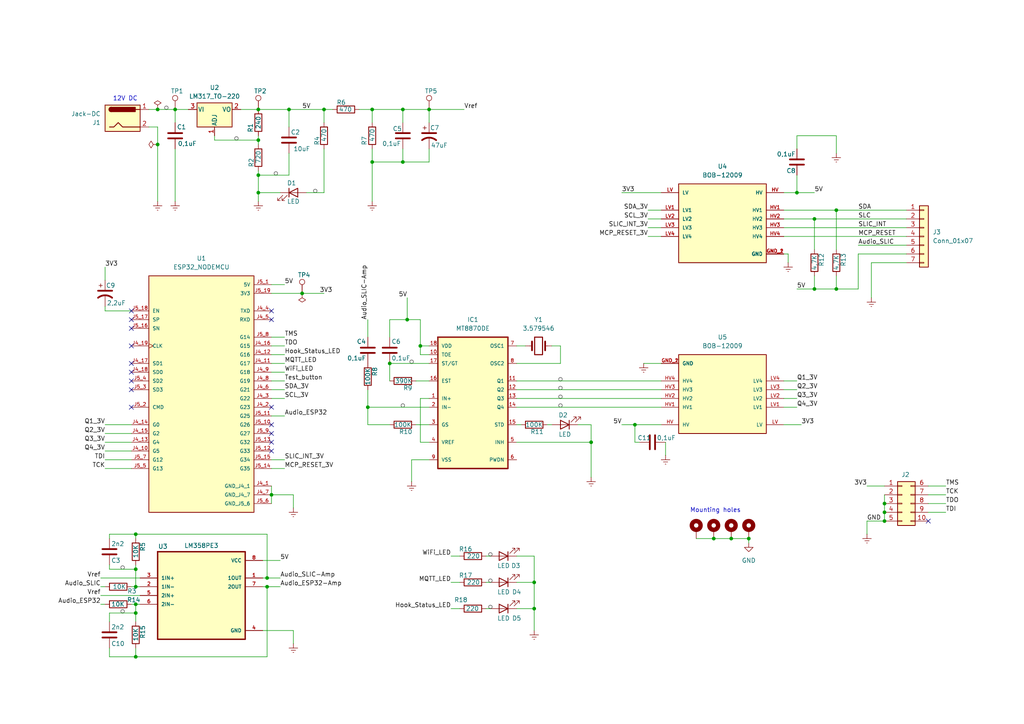
<source format=kicad_sch>
(kicad_sch (version 20231120) (generator "eeschema") (generator_version "8.0")
  (paper "A4")
  (lib_symbols
    (symbol "Connector:Jack-DC" (pin_names (offset 1.016))
      (property "Reference" "J" (at 0 5.334 0))
      (property "Value" "Jack-DC" (at 0 -5.08 0))
      (symbol "Jack-DC_1_1"
        (pin passive line (at 7.62 2.54 180) (length 2.54) (name "~") (number "1"))
        (pin passive line (at 7.62 -2.54 180) (length 2.54) (name "~") (number "2"))
      )
    )
    (symbol "Connector:TestPoint" (pin_numbers hide) (pin_names (offset 0.762) hide)
      (property "Reference" "TP" (at 0 6.858 0))
      (property "Value" "TestPoint" (at 0 5.08 0))
      (symbol "TestPoint_1_1"
        (pin passive line (at 0 0 90) (length 2.54) (name "1") (number "1"))
      )
    )
    (symbol "Connector_Generic:Conn_01x07" (pin_names (offset 1.016) hide)
      (property "Reference" "J" (at 0 10.16 0))
      (property "Value" "Conn_01x07" (at 0 -10.16 0))
      (symbol "Conn_01x07_1_1"
        (pin passive line (at -5.08 7.62 0) (length 3.81) (name "Pin_1") (number "1"))
        (pin passive line (at -5.08 5.08 0) (length 3.81) (name "Pin_2") (number "2"))
        (pin passive line (at -5.08 2.54 0) (length 3.81) (name "Pin_3") (number "3"))
        (pin passive line (at -5.08 0 0) (length 3.81) (name "Pin_4") (number "4"))
        (pin passive line (at -5.08 -2.54 0) (length 3.81) (name "Pin_5") (number "5"))
        (pin passive line (at -5.08 -5.08 0) (length 3.81) (name "Pin_6") (number "6"))
        (pin passive line (at -5.08 -7.62 0) (length 3.81) (name "Pin_7") (number "7"))
      )
    )
    (symbol "Connector_Generic:Conn_02x05_Top_Bottom" (pin_names (offset 1.016) hide)
      (property "Reference" "J" (at 1.27 7.62 0))
      (property "Value" "Conn_02x05_Top_Bottom" (at 1.27 -7.62 0))
      (symbol "Conn_02x05_Top_Bottom_1_1"
        (pin passive line (at -5.08 5.08 0) (length 3.81) (name "Pin_1") (number "1"))
        (pin passive line (at 7.62 -5.08 180) (length 3.81) (name "Pin_10") (number "10"))
        (pin passive line (at -5.08 2.54 0) (length 3.81) (name "Pin_2") (number "2"))
        (pin passive line (at -5.08 0 0) (length 3.81) (name "Pin_3") (number "3"))
        (pin passive line (at -5.08 -2.54 0) (length 3.81) (name "Pin_4") (number "4"))
        (pin passive line (at -5.08 -5.08 0) (length 3.81) (name "Pin_5") (number "5"))
        (pin passive line (at 7.62 5.08 180) (length 3.81) (name "Pin_6") (number "6"))
        (pin passive line (at 7.62 2.54 180) (length 3.81) (name "Pin_7") (number "7"))
        (pin passive line (at 7.62 0 180) (length 3.81) (name "Pin_8") (number "8"))
        (pin passive line (at 7.62 -2.54 180) (length 3.81) (name "Pin_9") (number "9"))
      )
    )
    (symbol "Device:C" (pin_numbers hide) (pin_names (offset 0.254))
      (property "Reference" "C" (at 0.635 2.54 0))
      (property "Value" "C" (at 0.635 -2.54 0))
      (symbol "C_1_1"
        (pin passive line (at 0 3.81 270) (length 2.794) (name "~") (number "1"))
        (pin passive line (at 0 -3.81 90) (length 2.794) (name "~") (number "2"))
      )
    )
    (symbol "Device:C_Polarized_US" (pin_numbers hide) (pin_names (offset 0.254) hide)
      (property "Reference" "C" (at 0.635 2.54 0))
      (property "Value" "C_Polarized_US" (at 0.635 -2.54 0))
      (symbol "C_Polarized_US_1_1"
        (pin passive line (at 0 3.81 270) (length 2.794) (name "~") (number "1"))
        (pin passive line (at 0 -3.81 90) (length 3.302) (name "~") (number "2"))
      )
    )
    (symbol "Device:Crystal" (pin_numbers hide) (pin_names (offset 1.016) hide)
      (property "Reference" "Y" (at 0 3.81 0))
      (property "Value" "Crystal" (at 0 -3.81 0))
      (symbol "Crystal_1_1"
        (pin passive line (at -3.81 0 0) (length 1.27) (name "1") (number "1"))
        (pin passive line (at 3.81 0 180) (length 1.27) (name "2") (number "2"))
      )
    )
    (symbol "Device:LED" (pin_numbers hide) (pin_names (offset 1.016) hide)
      (property "Reference" "D" (at 0 2.54 0))
      (property "Value" "LED" (at 0 -2.54 0))
      (symbol "LED_1_1"
        (pin passive line (at -3.81 0 0) (length 2.54) (name "K") (number "1"))
        (pin passive line (at 3.81 0 180) (length 2.54) (name "A") (number "2"))
      )
    )
    (symbol "Device:R" (pin_numbers hide) (pin_names (offset 0))
      (property "Reference" "R" (at 2.032 0 90))
      (property "Value" "R" (at 0 0 90))
      (symbol "R_1_1"
        (pin passive line (at 0 3.81 270) (length 1.27) (name "~") (number "1"))
        (pin passive line (at 0 -3.81 90) (length 1.27) (name "~") (number "2"))
      )
    )
    (symbol "JW_library_sym:BOB-12009" (pin_names (offset 1.016))
      (property "Reference" "U" (at -12.7 11.43 0))
      (property "Value" "BOB-12009" (at -12.7 -15.24 0))
      (symbol "BOB-12009_0_0"
        (pin power_in line (at 17.78 -10.16 180) (length 5.08) (name "GND") (number "GND_1"))
        (pin power_in line (at 17.78 -10.16 180) (length 5.08) (name "GND") (number "GND_2"))
        (pin bidirectional line (at 17.78 7.62 180) (length 5.08) (name "HV") (number "HV"))
        (pin bidirectional line (at 17.78 2.54 180) (length 5.08) (name "HV1") (number "HV1"))
        (pin bidirectional line (at 17.78 0 180) (length 5.08) (name "HV2") (number "HV2"))
        (pin bidirectional line (at 17.78 -2.54 180) (length 5.08) (name "HV3") (number "HV3"))
        (pin bidirectional line (at 17.78 -5.08 180) (length 5.08) (name "HV4") (number "HV4"))
        (pin bidirectional line (at -17.78 7.62 0) (length 5.08) (name "LV") (number "LV"))
        (pin bidirectional line (at -17.78 2.54 0) (length 5.08) (name "LV1") (number "LV1"))
        (pin bidirectional line (at -17.78 0 0) (length 5.08) (name "LV2") (number "LV2"))
        (pin bidirectional line (at -17.78 -2.54 0) (length 5.08) (name "LV3") (number "LV3"))
        (pin bidirectional line (at -17.78 -5.08 0) (length 5.08) (name "LV4") (number "LV4"))
      )
    )
    (symbol "JW_library_sym:ESP32_NODEMCU" (pin_names (offset 1.016))
      (property "Reference" "U" (at -15.24 36.322 0))
      (property "Value" "ESP32_NODEMCU" (at -15.24 -35.56 0))
      (symbol "ESP32_NODEMCU_0_0"
        (pin power_in line (at 20.32 -25.4 180) (length 5.08) (name "GND_J4_1") (number "J4_1"))
        (pin bidirectional line (at -20.32 -15.24 0) (length 5.08) (name "G5") (number "J4_10"))
        (pin bidirectional line (at 20.32 10.16 180) (length 5.08) (name "G17") (number "J4_11"))
        (pin bidirectional line (at 20.32 12.7 180) (length 5.08) (name "G16") (number "J4_12"))
        (pin bidirectional line (at -20.32 -12.7 0) (length 5.08) (name "G4") (number "J4_13"))
        (pin bidirectional line (at -20.32 -7.62 0) (length 5.08) (name "G0") (number "J4_14"))
        (pin bidirectional line (at -20.32 -10.16 0) (length 5.08) (name "G2") (number "J4_15"))
        (pin bidirectional line (at 20.32 15.24 180) (length 5.08) (name "G15") (number "J4_16"))
        (pin bidirectional line (at -20.32 10.16 0) (length 5.08) (name "SD1") (number "J4_17"))
        (pin bidirectional line (at -20.32 7.62 0) (length 5.08) (name "SD0") (number "J4_18"))
        (pin input clock (at -20.32 15.24 0) (length 5.08) (name "CLK") (number "J4_19"))
        (pin bidirectional line (at 20.32 -2.54 180) (length 5.08) (name "G23") (number "J4_2"))
        (pin bidirectional line (at 20.32 0 180) (length 5.08) (name "G22") (number "J4_3"))
        (pin output line (at 20.32 25.4 180) (length 5.08) (name "TXD") (number "J4_4"))
        (pin input line (at 20.32 22.86 180) (length 5.08) (name "RXD") (number "J4_5"))
        (pin bidirectional line (at 20.32 2.54 180) (length 5.08) (name "G21") (number "J4_6"))
        (pin power_in line (at 20.32 -27.94 180) (length 5.08) (name "GND_J4_7") (number "J4_7"))
        (pin bidirectional line (at 20.32 5.08 180) (length 5.08) (name "G19") (number "J4_8"))
        (pin bidirectional line (at 20.32 7.62 180) (length 5.08) (name "G18") (number "J4_9"))
        (pin power_in line (at 20.32 33.02 180) (length 5.08) (name "5V") (number "J5_1"))
        (pin bidirectional line (at 20.32 -7.62 180) (length 5.08) (name "G26") (number "J5_10"))
        (pin bidirectional line (at 20.32 -5.08 180) (length 5.08) (name "G25") (number "J5_11"))
        (pin bidirectional line (at 20.32 -15.24 180) (length 5.08) (name "G33") (number "J5_12"))
        (pin bidirectional line (at 20.32 -12.7 180) (length 5.08) (name "G32") (number "J5_13"))
        (pin bidirectional line (at 20.32 -20.32 180) (length 5.08) (name "G35") (number "J5_14"))
        (pin bidirectional line (at 20.32 -17.78 180) (length 5.08) (name "G34") (number "J5_15"))
        (pin input line (at -20.32 20.32 0) (length 5.08) (name "SN") (number "J5_16"))
        (pin input line (at -20.32 22.86 0) (length 5.08) (name "SP") (number "J5_17"))
        (pin input line (at -20.32 25.4 0) (length 5.08) (name "EN") (number "J5_18"))
        (pin power_in line (at 20.32 30.48 180) (length 5.08) (name "3V3") (number "J5_19"))
        (pin bidirectional line (at -20.32 -2.54 0) (length 5.08) (name "CMD") (number "J5_2"))
        (pin bidirectional line (at -20.32 2.54 0) (length 5.08) (name "SD3") (number "J5_3"))
        (pin bidirectional line (at -20.32 5.08 0) (length 5.08) (name "SD2") (number "J5_4"))
        (pin bidirectional line (at -20.32 -20.32 0) (length 5.08) (name "G13") (number "J5_5"))
        (pin power_in line (at 20.32 -30.48 180) (length 5.08) (name "GND_J5_6") (number "J5_6"))
        (pin bidirectional line (at -20.32 -17.78 0) (length 5.08) (name "G12") (number "J5_7"))
        (pin bidirectional line (at 20.32 17.78 180) (length 5.08) (name "G14") (number "J5_8"))
        (pin bidirectional line (at 20.32 -10.16 180) (length 5.08) (name "G27") (number "J5_9"))
      )
    )
    (symbol "JW_library_sym:LM358PE3" (pin_names (offset 1.016))
      (property "Reference" "U" (at -12.7 13.7 0))
      (property "Value" "LM358PE3" (at -12.7 -16.7 0))
      (symbol "LM358PE3_0_0"
        (pin output line (at 17.78 5.08 180) (length 5.08) (name "1OUT") (number "1"))
        (pin input line (at -17.78 2.54 0) (length 5.08) (name "1IN-") (number "2"))
        (pin input line (at -17.78 5.08 0) (length 5.08) (name "1IN+") (number "3"))
        (pin power_in line (at 17.78 -10.16 180) (length 5.08) (name "GND") (number "4"))
        (pin input line (at -17.78 0 0) (length 5.08) (name "2IN+") (number "5"))
        (pin input line (at -17.78 -2.54 0) (length 5.08) (name "2IN-") (number "6"))
        (pin output line (at 17.78 2.54 180) (length 5.08) (name "2OUT") (number "7"))
        (pin power_in line (at 17.78 10.16 180) (length 5.08) (name "VCC") (number "8"))
      )
    )
    (symbol "JW_library_sym:MT8870" (pin_names (offset 1.016))
      (property "Reference" "IC" (at -10.1662 19.0617 0))
      (property "Value" "MT8870" (at -10.1656 -22.8726 0))
      (symbol "MT8870_0_0"
        (pin input line (at -12.7 0 0) (length 2.54) (name "IN+") (number "1"))
        (pin input line (at -12.7 12.7 0) (length 2.54) (name "TOE") (number "10"))
        (pin output line (at 12.7 5.08 180) (length 2.54) (name "Q1") (number "11"))
        (pin output line (at 12.7 2.54 180) (length 2.54) (name "Q2") (number "12"))
        (pin output line (at 12.7 0 180) (length 2.54) (name "Q3") (number "13"))
        (pin output line (at 12.7 -2.54 180) (length 2.54) (name "Q4") (number "14"))
        (pin output line (at 12.7 -7.62 180) (length 2.54) (name "STD") (number "15"))
        (pin output line (at -12.7 5.08 0) (length 2.54) (name "EST") (number "16"))
        (pin bidirectional line (at -12.7 10.16 0) (length 2.54) (name "ST/GT") (number "17"))
        (pin power_in line (at -12.7 15.24 0) (length 2.54) (name "VDD") (number "18"))
        (pin input line (at -12.7 -2.54 0) (length 2.54) (name "IN-") (number "2"))
        (pin output line (at -12.7 -7.62 0) (length 2.54) (name "GS") (number "3"))
        (pin output line (at -12.7 -12.7 0) (length 2.54) (name "VREF") (number "4"))
        (pin input line (at 12.7 -12.7 180) (length 2.54) (name "INH") (number "5"))
        (pin input line (at 12.7 -17.78 180) (length 2.54) (name "PWDN") (number "6"))
        (pin input line (at 12.7 15.24 180) (length 2.54) (name "OSC1") (number "7"))
        (pin output line (at 12.7 10.16 180) (length 2.54) (name "OSC2") (number "8"))
        (pin power_in line (at -12.7 -17.78 0) (length 2.54) (name "VSS") (number "9"))
      )
    )
    (symbol "Mechanical:MountingHole_Pad" (pin_numbers hide) (pin_names (offset 1.016) hide) (exclude_from_sim yes) (in_bom no)
      (property "Reference" "H" (at 0 6.35 0))
      (property "Value" "MountingHole_Pad" (at 0 4.445 0))
      (symbol "MountingHole_Pad_1_1"
        (pin input line (at 0 -2.54 90) (length 2.54) (name "1") (number "1"))
      )
    )
    (symbol "Regulator_Linear:LM317_TO-220" (pin_names (offset 0.254))
      (property "Reference" "U" (at -3.81 3.175 0))
      (property "Value" "LM317_TO-220" (at 0 3.175 0))
      (symbol "LM317_TO-220_1_1"
        (pin input line (at 0 -7.62 90) (length 2.54) (name "ADJ") (number "1"))
        (pin power_out line (at 7.62 0 180) (length 2.54) (name "VO") (number "2"))
        (pin power_in line (at -7.62 0 0) (length 2.54) (name "VI") (number "3"))
      )
    )
    (symbol "power:Earth" (power) (pin_numbers hide) (pin_names (offset 0) hide)
      (property "Value" "Earth" (at 0 -3.81 0))
      (symbol "Earth_1_1"
        (pin power_in line (at 0 0 270) (length 0) (name "~") (number "1"))
      )
    )
    (symbol "power:GND" (power) (pin_numbers hide) (pin_names (offset 0) hide)
      (property "Value" "GND" (at 0 -3.81 0))
      (symbol "GND_1_1"
        (pin power_in line (at 0 0 270) (length 0) (name "~") (number "1"))
      )
    )
    (symbol "power:PWR_FLAG" (power) (pin_numbers hide) (pin_names (offset 0) hide)
      (property "Value" "PWR_FLAG" (at 0 3.81 0))
      (symbol "PWR_FLAG_0_0"
        (pin power_out line (at 0 0 90) (length 0) (name "~") (number "1"))
      )
    )
  )
  (junction (at 50.8 31.75))
  (junction (at 113.03 105.41))
  (junction (at 78.74 143.51))
  (junction (at 116.84 31.75))
  (junction (at 39.37 170.18))
  (junction (at 171.45 128.27))
  (junction (at 236.22 63.5))
  (junction (at 154.94 176.53))
  (junction (at 107.95 46.99))
  (junction (at 83.82 31.75))
  (junction (at 256.54 151.13))
  (junction (at 116.84 46.99))
  (junction (at 256.54 146.05))
  (junction (at 154.94 168.91))
  (junction (at 212.09 156.21))
  (junction (at 217.17 156.21))
  (junction (at 106.68 118.11))
  (junction (at 77.47 170.18))
  (junction (at 87.63 85.09))
  (junction (at 39.37 190.5))
  (junction (at 74.93 55.88))
  (junction (at 45.72 31.75))
  (junction (at 207.01 156.21))
  (junction (at 74.93 40.64))
  (junction (at 39.37 177.8))
  (junction (at 242.57 83.82))
  (junction (at 39.37 154.94))
  (junction (at 93.98 31.75))
  (junction (at 74.93 50.8))
  (junction (at 256.54 148.59))
  (junction (at 242.57 60.96))
  (junction (at 121.92 100.33))
  (junction (at 77.47 167.64))
  (junction (at 74.93 31.75))
  (junction (at 124.46 31.75))
  (junction (at 39.37 175.26))
  (junction (at 236.22 83.82))
  (junction (at 184.15 123.19))
  (junction (at 45.72 41.91))
  (junction (at 118.11 92.71))
  (junction (at 231.14 55.88))
  (junction (at 107.95 31.75))
  (junction (at 39.37 165.1))
  (no_connect (at 38.1 110.49))
  (no_connect (at 38.1 107.95))
  (no_connect (at 38.1 95.25))
  (no_connect (at 38.1 90.17))
  (no_connect (at 38.1 105.41))
  (no_connect (at 78.74 128.27))
  (no_connect (at 38.1 92.71))
  (no_connect (at 78.74 118.11))
  (no_connect (at 78.74 130.81))
  (no_connect (at 269.24 151.13))
  (no_connect (at 38.1 100.33))
  (no_connect (at 38.1 113.03))
  (no_connect (at 38.1 118.11))
  (no_connect (at 78.74 90.17))
  (no_connect (at 78.74 125.73))
  (no_connect (at 78.74 92.71))
  (no_connect (at 78.74 123.19))
  (wire (pts (xy 151.13 123.19) (xy 149.86 123.19)))
  (wire (pts (xy 162.56 100.33) (xy 162.56 105.41)))
  (wire (pts (xy 87.63 85.09) (xy 93.98 85.09)))
  (wire (pts (xy 227.33 63.5) (xy 236.22 63.5)))
  (wire (pts (xy 269.24 148.59) (xy 274.32 148.59)))
  (wire (pts (xy 74.93 40.64) (xy 74.93 39.37)))
  (wire (pts (xy 77.47 154.94) (xy 77.47 167.64)))
  (wire (pts (xy 160.02 123.19) (xy 158.75 123.19)))
  (wire (pts (xy 106.68 118.11) (xy 124.46 118.11)))
  (wire (pts (xy 76.2 167.64) (xy 77.47 167.64)))
  (wire (pts (xy 78.74 107.95) (xy 82.55 107.95)))
  (wire (pts (xy 77.47 190.5) (xy 77.47 170.18)))
  (wire (pts (xy 118.11 86.36) (xy 118.11 92.71)))
  (wire (pts (xy 149.86 118.11) (xy 191.77 118.11)))
  (wire (pts (xy 78.74 120.65) (xy 82.55 120.65)))
  (wire (pts (xy 256.54 143.51) (xy 256.54 146.05)))
  (wire (pts (xy 269.24 140.97) (xy 274.32 140.97)))
  (wire (pts (xy 39.37 165.1) (xy 39.37 170.18)))
  (wire (pts (xy 124.46 115.57) (xy 121.92 115.57)))
  (wire (pts (xy 231.14 50.8) (xy 231.14 55.88)))
  (wire (pts (xy 43.18 31.75) (xy 45.72 31.75)))
  (wire (pts (xy 107.95 46.99) (xy 116.84 46.99)))
  (wire (pts (xy 107.95 31.75) (xy 107.95 35.56)))
  (wire (pts (xy 78.74 143.51) (xy 78.74 146.05)))
  (wire (pts (xy 242.57 60.96) (xy 262.89 60.96)))
  (wire (pts (xy 85.09 182.88) (xy 85.09 186.69)))
  (wire (pts (xy 77.47 170.18) (xy 76.2 170.18)))
  (wire (pts (xy 121.92 100.33) (xy 124.46 100.33)))
  (wire (pts (xy 82.55 97.79) (xy 78.74 97.79)))
  (wire (pts (xy 124.46 102.87) (xy 121.92 102.87)))
  (wire (pts (xy 227.33 55.88) (xy 231.14 55.88)))
  (wire (pts (xy 124.46 35.56) (xy 124.46 31.75)))
  (wire (pts (xy 124.46 43.18) (xy 124.46 46.99)))
  (wire (pts (xy 107.95 46.99) (xy 107.95 58.42)))
  (wire (pts (xy 256.54 151.13) (xy 251.46 151.13)))
  (wire (pts (xy 69.85 31.75) (xy 74.93 31.75)))
  (wire (pts (xy 149.86 128.27) (xy 171.45 128.27)))
  (wire (pts (xy 113.03 105.41) (xy 124.46 105.41)))
  (wire (pts (xy 231.14 39.37) (xy 231.14 43.18)))
  (wire (pts (xy 31.75 187.96) (xy 31.75 190.5)))
  (wire (pts (xy 242.57 44.45) (xy 242.57 39.37)))
  (wire (pts (xy 87.63 85.09) (xy 78.74 85.09)))
  (wire (pts (xy 39.37 170.18) (xy 40.64 170.18)))
  (wire (pts (xy 30.48 123.19) (xy 38.1 123.19)))
  (wire (pts (xy 39.37 175.26) (xy 39.37 177.8)))
  (wire (pts (xy 227.33 60.96) (xy 242.57 60.96)))
  (wire (pts (xy 39.37 190.5) (xy 77.47 190.5)))
  (wire (pts (xy 45.72 31.75) (xy 50.8 31.75)))
  (wire (pts (xy 62.23 40.64) (xy 62.23 39.37)))
  (wire (pts (xy 242.57 60.96) (xy 242.57 72.39)))
  (wire (pts (xy 93.98 55.88) (xy 88.9 55.88)))
  (wire (pts (xy 236.22 63.5) (xy 262.89 63.5)))
  (wire (pts (xy 130.81 161.29) (xy 133.35 161.29)))
  (wire (pts (xy 78.74 143.51) (xy 85.09 143.51)))
  (wire (pts (xy 30.48 130.81) (xy 38.1 130.81)))
  (wire (pts (xy 167.64 123.19) (xy 171.45 123.19)))
  (wire (pts (xy 31.75 177.8) (xy 39.37 177.8)))
  (wire (pts (xy 82.55 115.57) (xy 78.74 115.57)))
  (wire (pts (xy 191.77 66.04) (xy 187.96 66.04)))
  (wire (pts (xy 207.01 156.21) (xy 212.09 156.21)))
  (wire (pts (xy 106.68 92.71) (xy 106.68 97.79)))
  (wire (pts (xy 140.97 168.91) (xy 142.24 168.91)))
  (wire (pts (xy 180.34 123.19) (xy 184.15 123.19)))
  (wire (pts (xy 29.21 170.18) (xy 30.48 170.18)))
  (wire (pts (xy 231.14 110.49) (xy 227.33 110.49)))
  (wire (pts (xy 262.89 76.2) (xy 252.73 76.2)))
  (wire (pts (xy 140.97 161.29) (xy 142.24 161.29)))
  (wire (pts (xy 116.84 31.75) (xy 124.46 31.75)))
  (wire (pts (xy 252.73 76.2) (xy 252.73 86.36)))
  (wire (pts (xy 191.77 60.96) (xy 187.96 60.96)))
  (wire (pts (xy 30.48 128.27) (xy 38.1 128.27)))
  (wire (pts (xy 191.77 63.5) (xy 187.96 63.5)))
  (wire (pts (xy 29.21 167.64) (xy 40.64 167.64)))
  (wire (pts (xy 231.14 55.88) (xy 236.22 55.88)))
  (wire (pts (xy 74.93 55.88) (xy 74.93 58.42)))
  (wire (pts (xy 78.74 110.49) (xy 82.55 110.49)))
  (wire (pts (xy 162.56 100.33) (xy 160.02 100.33)))
  (wire (pts (xy 78.74 140.97) (xy 78.74 143.51)))
  (wire (pts (xy 74.93 50.8) (xy 74.93 49.53)))
  (wire (pts (xy 39.37 170.18) (xy 38.1 170.18)))
  (wire (pts (xy 140.97 176.53) (xy 142.24 176.53)))
  (wire (pts (xy 85.09 143.51) (xy 85.09 147.32)))
  (wire (pts (xy 154.94 161.29) (xy 154.94 168.91)))
  (wire (pts (xy 227.33 66.04) (xy 262.89 66.04)))
  (wire (pts (xy 154.94 168.91) (xy 154.94 176.53)))
  (wire (pts (xy 107.95 31.75) (xy 116.84 31.75)))
  (wire (pts (xy 113.03 97.79) (xy 113.03 92.71)))
  (wire (pts (xy 31.75 154.94) (xy 39.37 154.94)))
  (wire (pts (xy 83.82 31.75) (xy 93.98 31.75)))
  (wire (pts (xy 242.57 83.82) (xy 248.92 83.82)))
  (wire (pts (xy 227.33 68.58) (xy 262.89 68.58)))
  (wire (pts (xy 29.21 175.26) (xy 30.48 175.26)))
  (wire (pts (xy 113.03 92.71) (xy 118.11 92.71)))
  (wire (pts (xy 185.42 128.27) (xy 184.15 128.27)))
  (wire (pts (xy 248.92 73.66) (xy 248.92 83.82)))
  (wire (pts (xy 149.86 168.91) (xy 154.94 168.91)))
  (wire (pts (xy 149.86 110.49) (xy 191.77 110.49)))
  (wire (pts (xy 251.46 151.13) (xy 251.46 154.94)))
  (wire (pts (xy 121.92 128.27) (xy 124.46 128.27)))
  (wire (pts (xy 231.14 118.11) (xy 227.33 118.11)))
  (wire (pts (xy 30.48 77.47) (xy 30.48 81.28)))
  (wire (pts (xy 104.14 31.75) (xy 107.95 31.75)))
  (wire (pts (xy 38.1 135.89) (xy 30.48 135.89)))
  (wire (pts (xy 130.81 176.53) (xy 133.35 176.53)))
  (wire (pts (xy 124.46 133.35) (xy 119.38 133.35)))
  (wire (pts (xy 231.14 115.57) (xy 227.33 115.57)))
  (wire (pts (xy 231.14 83.82) (xy 236.22 83.82)))
  (wire (pts (xy 96.52 31.75) (xy 93.98 31.75)))
  (wire (pts (xy 149.86 100.33) (xy 152.4 100.33)))
  (wire (pts (xy 201.93 156.21) (xy 207.01 156.21)))
  (wire (pts (xy 76.2 162.56) (xy 81.28 162.56)))
  (wire (pts (xy 83.82 50.8) (xy 83.82 44.45)))
  (wire (pts (xy 242.57 83.82) (xy 242.57 80.01)))
  (wire (pts (xy 45.72 36.83) (xy 45.72 41.91)))
  (wire (pts (xy 269.24 143.51) (xy 274.32 143.51)))
  (wire (pts (xy 74.93 31.75) (xy 83.82 31.75)))
  (wire (pts (xy 43.18 36.83) (xy 45.72 36.83)))
  (wire (pts (xy 242.57 83.82) (xy 236.22 83.82)))
  (wire (pts (xy 118.11 92.71) (xy 121.92 92.71)))
  (wire (pts (xy 93.98 31.75) (xy 93.98 35.56)))
  (wire (pts (xy 77.47 170.18) (xy 81.28 170.18)))
  (wire (pts (xy 236.22 83.82) (xy 236.22 80.01)))
  (wire (pts (xy 256.54 146.05) (xy 256.54 148.59)))
  (wire (pts (xy 171.45 128.27) (xy 171.45 138.43)))
  (wire (pts (xy 121.92 92.71) (xy 121.92 100.33)))
  (wire (pts (xy 76.2 182.88) (xy 85.09 182.88)))
  (wire (pts (xy 124.46 31.75) (xy 134.62 31.75)))
  (wire (pts (xy 31.75 190.5) (xy 39.37 190.5)))
  (wire (pts (xy 228.6 73.66) (xy 227.33 73.66)))
  (wire (pts (xy 30.48 90.17) (xy 38.1 90.17)))
  (wire (pts (xy 113.03 110.49) (xy 113.03 105.41)))
  (wire (pts (xy 149.86 113.03) (xy 191.77 113.03)))
  (wire (pts (xy 93.98 43.18) (xy 93.98 55.88)))
  (wire (pts (xy 62.23 40.64) (xy 74.93 40.64)))
  (wire (pts (xy 180.34 55.88) (xy 191.77 55.88)))
  (wire (pts (xy 106.68 113.03) (xy 106.68 118.11)))
  (wire (pts (xy 171.45 123.19) (xy 171.45 128.27)))
  (wire (pts (xy 31.75 165.1) (xy 39.37 165.1)))
  (wire (pts (xy 78.74 102.87) (xy 82.55 102.87)))
  (wire (pts (xy 106.68 123.19) (xy 106.68 118.11)))
  (wire (pts (xy 217.17 157.48) (xy 217.17 156.21)))
  (wire (pts (xy 121.92 102.87) (xy 121.92 100.33)))
  (wire (pts (xy 154.94 176.53) (xy 149.86 176.53)))
  (wire (pts (xy 251.46 140.97) (xy 256.54 140.97)))
  (wire (pts (xy 119.38 133.35) (xy 119.38 139.7)))
  (wire (pts (xy 248.92 73.66) (xy 262.89 73.66)))
  (wire (pts (xy 149.86 115.57) (xy 191.77 115.57)))
  (wire (pts (xy 39.37 163.83) (xy 39.37 165.1)))
  (wire (pts (xy 184.15 128.27) (xy 184.15 123.19)))
  (wire (pts (xy 130.81 168.91) (xy 133.35 168.91)))
  (wire (pts (xy 29.21 172.72) (xy 40.64 172.72)))
  (wire (pts (xy 154.94 182.88) (xy 154.94 176.53)))
  (wire (pts (xy 82.55 133.35) (xy 78.74 133.35)))
  (wire (pts (xy 162.56 105.41) (xy 149.86 105.41)))
  (wire (pts (xy 83.82 31.75) (xy 83.82 36.83)))
  (wire (pts (xy 269.24 146.05) (xy 274.32 146.05)))
  (wire (pts (xy 31.75 156.21) (xy 31.75 154.94)))
  (wire (pts (xy 39.37 175.26) (xy 40.64 175.26)))
  (wire (pts (xy 39.37 177.8) (xy 39.37 180.34)))
  (wire (pts (xy 82.55 82.55) (xy 78.74 82.55)))
  (wire (pts (xy 116.84 43.18) (xy 116.84 46.99)))
  (wire (pts (xy 39.37 154.94) (xy 77.47 154.94)))
  (wire (pts (xy 120.65 123.19) (xy 124.46 123.19)))
  (wire (pts (xy 212.09 156.21) (xy 217.17 156.21)))
  (wire (pts (xy 116.84 35.56) (xy 116.84 31.75)))
  (wire (pts (xy 50.8 31.75) (xy 50.8 35.56)))
  (wire (pts (xy 45.72 41.91) (xy 45.72 58.42)))
  (wire (pts (xy 121.92 115.57) (xy 121.92 128.27)))
  (wire (pts (xy 256.54 148.59) (xy 256.54 151.13)))
  (wire (pts (xy 38.1 175.26) (xy 39.37 175.26)))
  (wire (pts (xy 39.37 187.96) (xy 39.37 190.5)))
  (wire (pts (xy 184.15 123.19) (xy 191.77 123.19)))
  (wire (pts (xy 232.41 123.19) (xy 227.33 123.19)))
  (wire (pts (xy 242.57 39.37) (xy 231.14 39.37)))
  (wire (pts (xy 191.77 68.58) (xy 187.96 68.58)))
  (wire (pts (xy 236.22 63.5) (xy 236.22 72.39)))
  (wire (pts (xy 38.1 133.35) (xy 30.48 133.35)))
  (wire (pts (xy 228.6 73.66) (xy 228.6 76.2)))
  (wire (pts (xy 82.55 113.03) (xy 78.74 113.03)))
  (wire (pts (xy 78.74 105.41) (xy 82.55 105.41)))
  (wire (pts (xy 231.14 113.03) (xy 227.33 113.03)))
  (wire (pts (xy 74.93 50.8) (xy 74.93 55.88)))
  (wire (pts (xy 74.93 41.91) (xy 74.93 40.64)))
  (wire (pts (xy 31.75 163.83) (xy 31.75 165.1)))
  (wire (pts (xy 193.04 128.27) (xy 193.04 132.08)))
  (wire (pts (xy 107.95 43.18) (xy 107.95 46.99)))
  (wire (pts (xy 120.65 110.49) (xy 124.46 110.49)))
  (wire (pts (xy 30.48 88.9) (xy 30.48 90.17)))
  (wire (pts (xy 50.8 43.18) (xy 50.8 58.42)))
  (wire (pts (xy 31.75 180.34) (xy 31.75 177.8)))
  (wire (pts (xy 248.92 71.12) (xy 262.89 71.12)))
  (wire (pts (xy 191.77 105.41) (xy 186.69 105.41)))
  (wire (pts (xy 149.86 161.29) (xy 154.94 161.29)))
  (wire (pts (xy 77.47 167.64) (xy 81.28 167.64)))
  (wire (pts (xy 82.55 135.89) (xy 78.74 135.89)))
  (wire (pts (xy 74.93 55.88) (xy 81.28 55.88)))
  (wire (pts (xy 116.84 46.99) (xy 124.46 46.99)))
  (wire (pts (xy 50.8 31.75) (xy 54.61 31.75)))
  (wire (pts (xy 30.48 125.73) (xy 38.1 125.73)))
  (wire (pts (xy 74.93 50.8) (xy 83.82 50.8)))
  (wire (pts (xy 39.37 156.21) (xy 39.37 154.94)))
  (wire (pts (xy 113.03 123.19) (xy 106.68 123.19)))
  (wire (pts (xy 82.55 100.33) (xy 78.74 100.33)))
  (text "Mounting holes\n" (at 207.518 148.082 0) (effects (font (size 1.27 1.27))))
  (text "12V DC" (at 36.322 28.702 0) (effects (font (size 1.27 1.27))))
  (label "SLIC_INT_3V" (at 82.55 133.35 0))
  (label "3V3" (at 92.71 85.09 0))
  (label "MCP_RESET_3V" (at 187.96 68.58 180))
  (label "MCP_RESET" (at 248.92 68.58 0))
  (label "5V" (at 118.11 86.36 180))
  (label "Audio_SLIC" (at 29.21 170.18 180))
  (label "SDA" (at 248.92 60.96 0))
  (label "Q2_3V" (at 30.48 125.73 180))
  (label "Audio_SLIC-Amp" (at 81.28 167.64 0))
  (label "TCK" (at 274.32 143.51 0))
  (label "TMS" (at 274.32 140.97 0))
  (label "TDI" (at 30.48 133.35 180))
  (label "Audio_ESP32" (at 29.21 175.26 180))
  (label "SLC" (at 248.92 63.5 0))
  (label "5V" (at 180.34 123.19 180))
  (label "WiFi_LED" (at 130.81 161.29 180))
  (label "Audio_ESP32" (at 82.55 120.65 0))
  (label "5V" (at 236.22 55.88 0))
  (label "SCL_3V" (at 187.96 63.5 180))
  (label "3V3" (at 180.34 55.88 0))
  (label "SCL_3V" (at 82.55 115.57 0))
  (label "5V" (at 81.28 162.56 0))
  (label "MCP_RESET_3V" (at 82.55 135.89 0))
  (label "TDO" (at 274.32 146.05 0))
  (label "5V" (at 82.55 82.55 0))
  (label "Hook_Status_LED" (at 130.81 176.53 180))
  (label "SLIC_INT_3V" (at 187.96 66.04 180))
  (label "Audio_SLIC" (at 248.92 71.12 0))
  (label "Audio_ESP32-Amp" (at 81.28 170.18 0))
  (label "Audio_SLIC-Amp" (at 106.68 92.71 90))
  (label "Vref" (at 29.21 172.72 180))
  (label "TDI" (at 274.32 148.59 0))
  (label "Q2_3V" (at 231.14 113.03 0))
  (label "Q1_3V" (at 30.48 123.19 180))
  (label "Vref" (at 134.62 31.75 0))
  (label "3V3" (at 30.48 77.47 0))
  (label "TDO" (at 82.55 100.33 0))
  (label "Hook_Status_LED" (at 82.55 102.87 0))
  (label "Q3_3V" (at 231.14 115.57 0))
  (label "5V" (at 87.63 31.75 0))
  (label "TCK" (at 30.48 135.89 180))
  (label "SDA_3V" (at 187.96 60.96 180))
  (label "Q3_3V" (at 30.48 128.27 180))
  (label "TMS" (at 82.55 97.79 0))
  (label "Q4_3V" (at 231.14 118.11 0))
  (label "Vref" (at 29.21 167.64 180))
  (label "SDA_3V" (at 82.55 113.03 0))
  (label "MQTT_LED" (at 82.55 105.41 0))
  (label "MQTT_LED" (at 130.81 168.91 180))
  (label "3V3" (at 232.41 123.19 0))
  (label "3V3" (at 251.46 140.97 180))
  (label "WiFi_LED" (at 82.55 107.95 0))
  (label "GND" (at 251.46 151.13 0))
  (label "Q1_3V" (at 231.14 110.49 0))
  (label "5V" (at 231.14 83.82 0))
  (label "Q4_3V" (at 30.48 130.81 180))
  (label "Test_button" (at 82.55 110.49 0))
  (label "SLIC_INT" (at 248.92 66.04 0))
  (netclass_flag "" (length 0.5) (shape round) (at 91.44 55.88 0) (property "Netclass" "Power" (effects (hide yes))))
  (netclass_flag "" (length 0.5) (shape round) (at 162.56 113.03 0) (property "Netclass" "Signal" (effects (hide yes))))
  (netclass_flag "" (length 0.5) (shape round) (at 119.38 105.41 0) (property "Netclass" "Signal" (effects (hide yes))))
  (netclass_flag "" (length 0.5) (shape round) (at 142.24 176.53 0) (property "Netclass" "Signal" (effects (hide yes))))
  (netclass_flag "" (length 0.5) (shape round) (at 116.84 118.11 0) (property "Netclass" "Signal" (effects (hide yes))))
  (netclass_flag "" (length 0.5) (shape round) (at 35.56 177.8 0) (property "Netclass" "Signal" (effects (hide yes))))
  (netclass_flag "" (length 0.5) (shape round) (at 80.01 50.8 0) (property "Netclass" "Power" (effects (hide yes))))
  (netclass_flag "" (length 0.5) (shape round) (at 68.58 40.64 0) (property "Netclass" "Power" (effects (hide yes))))
  (netclass_flag "" (length 0.5) (shape round) (at 162.56 115.57 0) (property "Netclass" "Signal" (effects (hide yes))))
  (netclass_flag "" (length 0.5) (shape round) (at 142.24 161.29 0) (property "Netclass" "Signal" (effects (hide yes))))
  (netclass_flag "" (length 0.5) (shape round) (at 48.26 31.75 0) (property "Netclass" "Power" (effects (hide yes))))
  (netclass_flag "" (length 0.5) (shape round) (at 35.56 165.1 0) (property "Netclass" "Signal" (effects (hide yes))))
  (netclass_flag "" (length 0.5) (shape round) (at 142.24 168.91 0) (property "Netclass" "Signal" (effects (hide yes))))
  (netclass_flag "" (length 0.5) (shape round) (at 162.56 110.49 0) (property "Netclass" "Signal" (effects (hide yes))))
  (netclass_flag "" (length 0.5) (shape round) (at 162.56 118.11 0) (property "Netclass" "Signal" (effects (hide yes))))
  (symbol (lib_id "Device:R") (at 39.37 160.02 180) (unit 1)
    (property "Reference" "R5" (at 41.402 157.226 90) (effects (justify left)))
    (property "Value" "10K" (at 39.37 157.988 90) (effects (justify left)))
    (property "Footprint" "Resistor_THT:R_Axial_DIN0207_L6.3mm_D2.5mm_P2.54mm_Vertical" (effects (hide yes)))
    (property "Description" "Resistor" (effects (hide yes)))
  )
  (symbol (lib_id "Mechanical:MountingHole_Pad") (at 207.01 153.67 0) (unit 1) (exclude_from_sim yes) (in_bom no)
    (property "Reference" "H2" (effects (hide yes)))
    (property "Value" "MountingHole_Pad" (effects (hide yes)))
    (property "Footprint" "MountingHole:MountingHole_3.2mm_M3_Pad_Via" (effects (hide yes)))
    (property "Description" "Mounting Hole with connection" (effects (hide yes)))
  )
  (symbol (lib_id "Device:R") (at 116.84 123.19 90) (unit 1)
    (property "Reference" "R10" (at 119.634 125.222 90) (effects (justify left)))
    (property "Value" "100K" (at 119.38 123.19 90) (effects (justify left)))
    (property "Footprint" "Resistor_THT:R_Axial_DIN0207_L6.3mm_D2.5mm_P2.54mm_Vertical" (effects (hide yes)))
    (property "Description" "Resistor" (effects (hide yes)))
  )
  (symbol (lib_id "Device:R") (at 39.37 184.15 180) (unit 1)
    (property "Reference" "R15" (at 41.402 181.356 90) (effects (justify left)))
    (property "Value" "10K" (at 39.37 182.118 90) (effects (justify left)))
    (property "Footprint" "Resistor_THT:R_Axial_DIN0207_L6.3mm_D2.5mm_P2.54mm_Vertical" (effects (hide yes)))
    (property "Description" "Resistor" (effects (hide yes)))
  )
  (symbol (lib_id "power:Earth") (at 193.04 132.08 0) (mirror y) (unit 1)
    (property "Reference" "#PWR017" (effects (hide yes)))
    (property "Value" "Earth" (effects (hide yes)))
    (property "Description" "Power symbol creates a global label with name \"Earth\"" (effects (hide yes)))
  )
  (symbol (lib_id "Device:R") (at 236.22 76.2 180) (unit 1)
    (property "Reference" "R12" (at 238.252 73.406 90) (effects (justify left)))
    (property "Value" "4,7K" (at 236.22 73.914 90) (effects (justify left)))
    (property "Footprint" "Resistor_THT:R_Axial_DIN0207_L6.3mm_D2.5mm_P2.54mm_Vertical" (effects (hide yes)))
    (property "Description" "Resistor" (effects (hide yes)))
  )
  (symbol (lib_id "power:Earth") (at 242.57 44.45 0) (mirror y) (unit 1)
    (property "Reference" "#PWR011" (effects (hide yes)))
    (property "Value" "Earth" (effects (hide yes)))
    (property "Description" "Power symbol creates a global label with name \"Earth\"" (effects (hide yes)))
  )
  (symbol (lib_id "Device:C") (at 50.8 39.37 0) (unit 1)
    (property "Reference" "C1" (at 51.308 36.83 0) (effects (justify left)))
    (property "Value" "0,1uF" (at 51.562 41.656 0) (effects (justify left)))
    (property "Footprint" "Capacitor_THT:C_Disc_D5.0mm_W2.5mm_P2.50mm" (effects (hide yes)))
    (property "Description" "Unpolarized capacitor" (effects (hide yes)))
  )
  (symbol (lib_id "Device:R") (at 106.68 109.22 180) (unit 1)
    (property "Reference" "R8" (at 108.712 106.426 90) (effects (justify left)))
    (property "Value" "100K" (at 106.68 106.68 90) (effects (justify left)))
    (property "Footprint" "Resistor_THT:R_Axial_DIN0207_L6.3mm_D2.5mm_P2.54mm_Vertical" (effects (hide yes)))
    (property "Description" "Resistor" (effects (hide yes)))
  )
  (symbol (lib_id "power:Earth") (at 45.72 58.42 0) (mirror y) (unit 1)
    (property "Reference" "#PWR01" (effects (hide yes)))
    (property "Value" "Earth" (effects (hide yes)))
    (property "Description" "Power symbol creates a global label with name \"Earth\"" (effects (hide yes)))
  )
  (symbol (lib_id "power:Earth") (at 50.8 58.42 0) (unit 1)
    (property "Reference" "#PWR03" (effects (hide yes)))
    (property "Value" "Earth" (effects (hide yes)))
    (property "Description" "Power symbol creates a global label with name \"Earth\"" (effects (hide yes)))
  )
  (symbol (lib_id "Device:R") (at 137.16 176.53 90) (unit 1)
    (property "Reference" "R18" (at 135.636 173.99 90) (effects (justify left)))
    (property "Value" "220" (at 138.938 176.53 90) (effects (justify left)))
    (property "Footprint" "Resistor_THT:R_Axial_DIN0207_L6.3mm_D2.5mm_P2.54mm_Vertical" (effects (hide yes)))
    (property "Description" "Resistor" (effects (hide yes)))
  )
  (symbol (lib_id "Device:C_Polarized_US") (at 30.48 85.09 0) (unit 1)
    (property "Reference" "C9" (at 30.734 82.804 0) (effects (justify left)))
    (property "Value" "2,2uF" (at 30.988 87.884 0) (effects (justify left)))
    (property "Footprint" "Capacitor_THT:CP_Radial_D4.0mm_P2.00mm" (effects (hide yes)))
    (property "Description" "Polarized capacitor, US symbol" (effects (hide yes)))
  )
  (symbol (lib_id "Device:R") (at 93.98 39.37 0) (unit 1)
    (property "Reference" "R4" (at 91.948 42.164 90) (effects (justify left)))
    (property "Value" "470" (at 93.98 41.148 90) (effects (justify left)))
    (property "Footprint" "Resistor_THT:R_Axial_DIN0207_L6.3mm_D2.5mm_P2.54mm_Vertical" (effects (hide yes)))
    (property "Description" "Resistor" (effects (hide yes)))
  )
  (symbol (lib_id "Connector_Generic:Conn_02x05_Top_Bottom") (at 261.62 146.05 0) (unit 1)
    (property "Reference" "J2" (at 262.636 137.668 0))
    (property "Value" "Conn_02x05_Top_Bottom" (effects (hide yes)))
    (property "Footprint" "Connector_PinHeader_2.54mm:PinHeader_2x05_P2.54mm_Vertical" (effects (hide yes)))
    (property "Description" "Generic connector, double row, 02x05, top/bottom pin numbering scheme (row 1: 1...pins_per_row, row2: pins_per_row+1 ... num_pins), script generated (kicad-library-utils/schlib/autogen/connector/)" (effects (hide yes)))
  )
  (symbol (lib_id "power:Earth") (at 251.46 154.94 0) (unit 1)
    (property "Reference" "#PWR04" (effects (hide yes)))
    (property "Value" "Earth" (effects (hide yes)))
    (property "Description" "Power symbol creates a global label with name \"Earth\"" (effects (hide yes)))
  )
  (symbol (lib_id "Device:R") (at 34.29 170.18 90) (unit 1)
    (property "Reference" "R3" (at 39.624 171.45 90) (effects (justify left)))
    (property "Value" "10K" (at 36.576 170.18 90) (effects (justify left)))
    (property "Footprint" "Resistor_THT:R_Axial_DIN0207_L6.3mm_D2.5mm_P2.54mm_Vertical" (effects (hide yes)))
    (property "Description" "Resistor" (effects (hide yes)))
  )
  (symbol (lib_id "power:Earth") (at 154.94 182.88 0) (mirror y) (unit 1)
    (property "Reference" "#PWR015" (effects (hide yes)))
    (property "Value" "Earth" (effects (hide yes)))
    (property "Description" "Power symbol creates a global label with name \"Earth\"" (effects (hide yes)))
  )
  (symbol (lib_id "Device:C") (at 113.03 101.6 0) (unit 1)
    (property "Reference" "C6" (at 113.538 99.06 0) (effects (justify left)))
    (property "Value" "0,1uF" (at 113.538 103.886 0) (effects (justify left)))
    (property "Footprint" "Capacitor_THT:C_Disc_D5.0mm_W2.5mm_P2.50mm" (effects (hide yes)))
    (property "Description" "Unpolarized capacitor" (effects (hide yes)))
  )
  (symbol (lib_id "Device:C") (at 116.84 39.37 180) (unit 1)
    (property "Reference" "C5" (at 116.586 37.338 0) (effects (justify left)))
    (property "Value" "0,1uF" (at 116.332 41.656 0) (effects (justify left)))
    (property "Footprint" "Capacitor_THT:C_Disc_D5.0mm_W2.5mm_P2.50mm" (effects (hide yes)))
    (property "Description" "Unpolarized capacitor" (effects (hide yes)))
  )
  (symbol (lib_id "power:Earth") (at 171.45 138.43 0) (mirror y) (unit 1)
    (property "Reference" "#PWR08" (effects (hide yes)))
    (property "Value" "Earth" (effects (hide yes)))
    (property "Description" "Power symbol creates a global label with name \"Earth\"" (effects (hide yes)))
  )
  (symbol (lib_id "Device:LED") (at 146.05 161.29 180) (unit 1)
    (property "Reference" "D3" (at 149.606 164.084 0))
    (property "Value" "LED" (at 146.05 164.084 0))
    (property "Footprint" "LED_THT:LED_D3.0mm" (effects (hide yes)))
    (property "Description" "Light emitting diode" (effects (hide yes)))
  )
  (symbol (lib_id "Device:R") (at 100.33 31.75 90) (unit 1)
    (property "Reference" "R6" (at 100.33 29.718 90) (effects (justify left)))
    (property "Value" "470" (at 102.108 31.75 90) (effects (justify left)))
    (property "Footprint" "Resistor_THT:R_Axial_DIN0207_L6.3mm_D2.5mm_P2.54mm_Vertical" (effects (hide yes)))
    (property "Description" "Resistor" (effects (hide yes)))
  )
  (symbol (lib_id "power:PWR_FLAG") (at 87.63 85.09 180) (unit 1)
    (property "Reference" "#FLG03" (effects (hide yes)))
    (property "Value" "PWR_FLAG" (effects (hide yes)))
    (property "Description" "Special symbol for telling ERC where power comes from" (effects (hide yes)))
  )
  (symbol (lib_id "JW_library_sym:BOB-12009") (at 209.55 63.5 0) (unit 1)
    (property "Reference" "U4" (at 209.55 48.26 0))
    (property "Value" "BOB-12009" (at 209.55 50.8 0))
    (property "Footprint" "JW_footprint_library:CONV_BOB-12009" (effects (hide yes)))
    (property "MF" "SparkFun" (effects (hide yes)))
    (property "MAXIMUM_PACKAGE_HEIGHT" "N/A" (effects (hide yes)))
    (property "Package" "None" (effects (hide yes)))
    (property "Price" "None" (effects (hide yes)))
    (property "Check_prices" "https://www.snapeda.com/parts/BOB-12009/SparkFun/view-part/?ref=eda" (effects (hide yes)))
    (property "STANDARD" "Manufacturer Recommendations" (effects (hide yes)))
    (property "PARTREV" "01" (effects (hide yes)))
    (property "SnapEDA_Link" "https://www.snapeda.com/parts/BOB-12009/SparkFun/view-part/?ref=snap" (effects (hide yes)))
    (property "MP" "BOB-12009" (effects (hide yes)))
    (property "Description_1" "\n                        \n                            BSS138 - Logic-Level Translator Interface Evaluation Board\n                        \n" (effects (hide yes)))
    (property "Availability" "In Stock" (effects (hide yes)))
    (property "MANUFACTURER" "SparkFun Electronics" (effects (hide yes)))
  )
  (symbol (lib_id "Device:R") (at 137.16 168.91 270) (unit 1)
    (property "Reference" "R17" (at 133.096 166.878 90) (effects (justify left)))
    (property "Value" "220" (at 135.382 168.91 90) (effects (justify left)))
    (property "Footprint" "Resistor_THT:R_Axial_DIN0207_L6.3mm_D2.5mm_P2.54mm_Vertical" (effects (hide yes)))
    (property "Description" "Resistor" (effects (hide yes)))
  )
  (symbol (lib_id "power:Earth") (at 119.38 139.7 0) (mirror y) (unit 1)
    (property "Reference" "#PWR09" (effects (hide yes)))
    (property "Value" "Earth" (effects (hide yes)))
    (property "Description" "Power symbol creates a global label with name \"Earth\"" (effects (hide yes)))
  )
  (symbol (lib_id "power:PWR_FLAG") (at 45.72 31.75 0) (unit 1)
    (property "Reference" "#FLG02" (effects (hide yes)))
    (property "Value" "PWR_FLAG" (effects (hide yes)))
    (property "Description" "Special symbol for telling ERC where power comes from" (effects (hide yes)))
  )
  (symbol (lib_id "Device:C") (at 83.82 40.64 0) (unit 1)
    (property "Reference" "C2" (at 84.328 38.354 0) (effects (justify left)))
    (property "Value" "10uF" (at 85.09 43.18 0) (effects (justify left)))
    (property "Footprint" "Capacitor_THT:C_Disc_D5.0mm_W2.5mm_P2.50mm" (effects (hide yes)))
    (property "Description" "Unpolarized capacitor" (effects (hide yes)))
  )
  (symbol (lib_id "Connector:TestPoint") (at 87.63 85.09 0) (unit 1)
    (property "Reference" "TP4" (at 86.36 79.756 0) (effects (justify left)))
    (property "Value" "TestPoint" (effects (hide yes)))
    (property "Footprint" "TestPoint:TestPoint_Pad_D1.0mm" (effects (hide yes)))
    (property "Description" "test point" (effects (hide yes)))
  )
  (symbol (lib_id "Mechanical:MountingHole_Pad") (at 212.09 153.67 0) (unit 1) (exclude_from_sim yes) (in_bom no)
    (property "Reference" "H3" (effects (hide yes)))
    (property "Value" "MountingHole_Pad" (effects (hide yes)))
    (property "Footprint" "MountingHole:MountingHole_3.2mm_M3_Pad_Via" (effects (hide yes)))
    (property "Description" "Mounting Hole with connection" (effects (hide yes)))
  )
  (symbol (lib_id "Connector_Generic:Conn_01x07") (at 267.97 68.58 0) (unit 1)
    (property "Reference" "J3" (at 270.51 67.3099 0) (effects (justify left)))
    (property "Value" "Conn_01x07" (at 270.51 69.8499 0) (effects (justify left)))
    (property "Footprint" "Connector_PinSocket_2.54mm:PinSocket_1x07_P2.54mm_Vertical" (effects (hide yes)))
    (property "Description" "Generic connector, single row, 01x07, script generated (kicad-library-utils/schlib/autogen/connector/)" (effects (hide yes)))
  )
  (symbol (lib_id "power:Earth") (at 252.73 86.36 0) (mirror y) (unit 1)
    (property "Reference" "#PWR014" (effects (hide yes)))
    (property "Value" "Earth" (effects (hide yes)))
    (property "Description" "Power symbol creates a global label with name \"Earth\"" (effects (hide yes)))
  )
  (symbol (lib_id "power:Earth") (at 186.69 105.41 0) (mirror y) (unit 1)
    (property "Reference" "#PWR07" (effects (hide yes)))
    (property "Value" "Earth" (effects (hide yes)))
    (property "Description" "Power symbol creates a global label with name \"Earth\"" (effects (hide yes)))
  )
  (symbol (lib_id "Device:R") (at 107.95 39.37 0) (unit 1)
    (property "Reference" "R7" (at 105.664 42.164 90) (effects (justify left)))
    (property "Value" "470" (at 107.95 41.148 90) (effects (justify left)))
    (property "Footprint" "Resistor_THT:R_Axial_DIN0207_L6.3mm_D2.5mm_P2.54mm_Vertical" (effects (hide yes)))
    (property "Description" "Resistor" (effects (hide yes)))
  )
  (symbol (lib_id "JW_library_sym:LM358PE3") (at 58.42 172.72 0) (unit 1)
    (property "Reference" "U3" (at 47.244 158.496 0))
    (property "Value" "LM358PE3" (at 58.42 158.242 0))
    (property "Footprint" "Package_DIP:DIP-8_W7.62mm_LongPads" (effects (hide yes)))
    (property "MF" "Texas Instruments" (effects (hide yes)))
    (property "Description_1" "\n                        \n                            Dual, 30-V, 700-kHz operational amplifier\n                        \n" (effects (hide yes)))
    (property "Package" "PDIP-8 Texas" (effects (hide yes)))
    (property "Price" "None" (effects (hide yes)))
    (property "SnapEDA_Link" "https://www.snapeda.com/parts/LM358PE3/Texas+Instruments/view-part/?ref=snap" (effects (hide yes)))
    (property "MP" "LM358PE3" (effects (hide yes)))
    (property "Availability" "In Stock" (effects (hide yes)))
    (property "Check_prices" "https://www.snapeda.com/parts/LM358PE3/Texas+Instruments/view-part/?ref=eda" (effects (hide yes)))
  )
  (symbol (lib_id "Device:LED") (at 163.83 123.19 180) (unit 1)
    (property "Reference" "D2" (at 163.322 120.396 0))
    (property "Value" "LED" (at 163.83 125.984 0))
    (property "Footprint" "LED_THT:LED_D3.0mm" (effects (hide yes)))
    (property "Description" "Light emitting diode" (effects (hide yes)))
  )
  (symbol (lib_id "Device:R") (at 154.94 123.19 90) (unit 1)
    (property "Reference" "R11" (at 157.734 125.222 90) (effects (justify left)))
    (property "Value" "100K" (at 157.48 123.19 90) (effects (justify left)))
    (property "Footprint" "Resistor_THT:R_Axial_DIN0207_L6.3mm_D2.5mm_P2.54mm_Vertical" (effects (hide yes)))
    (property "Description" "Resistor" (effects (hide yes)))
  )
  (symbol (lib_id "JW_library_sym:MT8870") (at 137.16 115.57 0) (unit 1)
    (property "Reference" "IC1" (at 137.16 92.71 0))
    (property "Value" "MT8870DE" (at 137.16 95.25 0))
    (property "Footprint" "Package_DIP:DIP-18_W7.62mm_LongPads" (effects (hide yes)))
    (property "MF" "Microsemi Corporation" (effects (hide yes)))
    (property "Description_1" "\n                        \n                            Telecom IC DTMF Receiver 18-SOIC\n                        \n" (effects (hide yes)))
    (property "Package" "SOIC-18 Microchip" (effects (hide yes)))
    (property "Price" "None" (effects (hide yes)))
    (property "SnapEDA_Link" "https://www.snapeda.com/parts/MT8870/Microsemi+Corporation/view-part/?ref=snap" (effects (hide yes)))
    (property "MP" "MT8870" (effects (hide yes)))
    (property "Availability" "Not in stock" (effects (hide yes)))
    (property "Check_prices" "https://www.snapeda.com/parts/MT8870/Microsemi+Corporation/view-part/?ref=eda" (effects (hide yes)))
  )
  (symbol (lib_id "Device:C") (at 189.23 128.27 270) (unit 1)
    (property "Reference" "C11" (at 184.912 127 90) (effects (justify left)))
    (property "Value" "0,1uF" (at 190.5 127 90) (effects (justify left)))
    (property "Footprint" "Capacitor_THT:C_Disc_D5.0mm_W2.5mm_P2.50mm" (effects (hide yes)))
    (property "Description" "Unpolarized capacitor" (effects (hide yes)))
  )
  (symbol (lib_id "Device:Crystal") (at 156.21 100.33 0) (unit 1)
    (property "Reference" "Y1" (at 156.21 92.71 0))
    (property "Value" "3.579546" (at 156.21 95.25 0))
    (property "Footprint" "Crystal:Crystal_HC49-4H_Vertical" (effects (hide yes)))
    (property "Description" "Two pin crystal" (effects (hide yes)))
  )
  (symbol (lib_id "Device:C_Polarized_US") (at 124.46 39.37 0) (unit 1)
    (property "Reference" "C7" (at 124.714 37.084 0) (effects (justify left)))
    (property "Value" "47uF" (at 124.968 42.164 0) (effects (justify left)))
    (property "Footprint" "Capacitor_THT:CP_Radial_D4.0mm_P2.00mm" (effects (hide yes)))
    (property "Description" "Polarized capacitor, US symbol" (effects (hide yes)))
  )
  (symbol (lib_id "power:Earth") (at 107.95 58.42 0) (unit 1)
    (property "Reference" "#PWR012" (effects (hide yes)))
    (property "Value" "Earth" (effects (hide yes)))
    (property "Description" "Power symbol creates a global label with name \"Earth\"" (effects (hide yes)))
  )
  (symbol (lib_id "Device:R") (at 137.16 161.29 270) (unit 1)
    (property "Reference" "R16" (at 133.096 159.258 90) (effects (justify left)))
    (property "Value" "220" (at 135.382 161.29 90) (effects (justify left)))
    (property "Footprint" "Resistor_THT:R_Axial_DIN0207_L6.3mm_D2.5mm_P2.54mm_Vertical" (effects (hide yes)))
    (property "Description" "Resistor" (effects (hide yes)))
  )
  (symbol (lib_id "Device:R") (at 74.93 35.56 180) (unit 1)
    (property "Reference" "R1" (at 72.644 37.084 90))
    (property "Value" "240" (at 74.93 35.56 90))
    (property "Footprint" "Resistor_THT:R_Axial_DIN0207_L6.3mm_D2.5mm_P2.54mm_Vertical" (effects (hide yes)))
    (property "Description" "Resistor" (effects (hide yes)))
  )
  (symbol (lib_id "Device:C") (at 106.68 101.6 180) (unit 1)
    (property "Reference" "C4" (at 106.172 99.06 0) (effects (justify left)))
    (property "Value" "0,1uF" (at 106.172 103.886 0) (effects (justify left)))
    (property "Footprint" "Capacitor_THT:C_Disc_D5.0mm_W2.5mm_P2.50mm" (effects (hide yes)))
    (property "Description" "Unpolarized capacitor" (effects (hide yes)))
  )
  (symbol (lib_id "JW_library_sym:BOB-12009") (at 209.55 115.57 180) (unit 1)
    (property "Reference" "U5" (at 209.55 97.79 0))
    (property "Value" "BOB-12009" (at 209.55 100.33 0))
    (property "Footprint" "JW_footprint_library:CONV_BOB-12009" (effects (hide yes)))
    (property "MF" "SparkFun" (effects (hide yes)))
    (property "MAXIMUM_PACKAGE_HEIGHT" "N/A" (effects (hide yes)))
    (property "Package" "None" (effects (hide yes)))
    (property "Price" "None" (effects (hide yes)))
    (property "Check_prices" "https://www.snapeda.com/parts/BOB-12009/SparkFun/view-part/?ref=eda" (effects (hide yes)))
    (property "STANDARD" "Manufacturer Recommendations" (effects (hide yes)))
    (property "PARTREV" "01" (effects (hide yes)))
    (property "SnapEDA_Link" "https://www.snapeda.com/parts/BOB-12009/SparkFun/view-part/?ref=snap" (effects (hide yes)))
    (property "MP" "BOB-12009" (effects (hide yes)))
    (property "Description_1" "\n                        \n                            BSS138 - Logic-Level Translator Interface Evaluation Board\n                        \n" (effects (hide yes)))
    (property "Availability" "In Stock" (effects (hide yes)))
    (property "MANUFACTURER" "SparkFun Electronics" (effects (hide yes)))
  )
  (symbol (lib_id "power:Earth") (at 74.93 58.42 0) (unit 1)
    (property "Reference" "#PWR02" (effects (hide yes)))
    (property "Value" "Earth" (effects (hide yes)))
    (property "Description" "Power symbol creates a global label with name \"Earth\"" (effects (hide yes)))
  )
  (symbol (lib_id "power:Earth") (at 85.09 147.32 0) (mirror y) (unit 1)
    (property "Reference" "#PWR05" (effects (hide yes)))
    (property "Value" "Earth" (effects (hide yes)))
    (property "Description" "Power symbol creates a global label with name \"Earth\"" (effects (hide yes)))
  )
  (symbol (lib_id "power:Earth") (at 85.09 186.69 0) (mirror y) (unit 1)
    (property "Reference" "#PWR013" (effects (hide yes)))
    (property "Value" "Earth" (effects (hide yes)))
    (property "Description" "Power symbol creates a global label with name \"Earth\"" (effects (hide yes)))
  )
  (symbol (lib_id "power:PWR_FLAG") (at 45.72 41.91 90) (unit 1)
    (property "Reference" "#FLG01" (effects (hide yes)))
    (property "Value" "PWR_FLAG" (effects (hide yes)))
    (property "Description" "Special symbol for telling ERC where power comes from" (effects (hide yes)))
  )
  (symbol (lib_id "Connector:TestPoint") (at 74.93 31.75 0) (unit 1)
    (property "Reference" "TP2" (at 73.66 26.416 0) (effects (justify left)))
    (property "Value" "TestPoint" (effects (hide yes)))
    (property "Footprint" "TestPoint:TestPoint_Pad_D1.0mm" (effects (hide yes)))
    (property "Description" "test point" (effects (hide yes)))
  )
  (symbol (lib_id "Device:LED") (at 85.09 55.88 0) (unit 1)
    (property "Reference" "D1" (at 84.582 53.086 0))
    (property "Value" "LED" (at 85.09 58.42 0))
    (property "Footprint" "LED_THT:LED_D5.0mm" (effects (hide yes)))
    (property "Description" "Light emitting diode" (effects (hide yes)))
  )
  (symbol (lib_id "Device:LED") (at 146.05 176.53 180) (unit 1)
    (property "Reference" "D5" (at 149.86 179.324 0))
    (property "Value" "LED" (at 146.05 179.324 0))
    (property "Footprint" "LED_THT:LED_D3.0mm" (effects (hide yes)))
    (property "Description" "Light emitting diode" (effects (hide yes)))
  )
  (symbol (lib_id "Device:LED") (at 146.05 168.91 180) (unit 1)
    (property "Reference" "D4" (at 149.86 171.704 0))
    (property "Value" "LED" (at 146.05 171.704 0))
    (property "Footprint" "LED_THT:LED_D3.0mm" (effects (hide yes)))
    (property "Description" "Light emitting diode" (effects (hide yes)))
  )
  (symbol (lib_id "Connector:Jack-DC") (at 35.56 34.29 0) (unit 1)
    (property "Reference" "J1" (at 29.21 35.5601 0) (effects (justify right)))
    (property "Value" "Jack-DC" (at 29.21 33.0201 0) (effects (justify right)))
    (property "Footprint" "Connector_BarrelJack:BarrelJack_Horizontal" (effects (hide yes)))
    (property "Description" "DC Barrel Jack" (effects (hide yes)))
  )
  (symbol (lib_id "Device:C") (at 31.75 160.02 0) (unit 1)
    (property "Reference" "C3" (at 32.258 162.56 0) (effects (justify left)))
    (property "Value" "2n2" (at 32.258 157.734 0) (effects (justify left)))
    (property "Footprint" "Capacitor_THT:C_Disc_D5.0mm_W2.5mm_P2.50mm" (effects (hide yes)))
    (property "Description" "Unpolarized capacitor" (effects (hide yes)))
  )
  (symbol (lib_id "Device:C") (at 31.75 184.15 0) (unit 1)
    (property "Reference" "C10" (at 32.258 186.69 0) (effects (justify left)))
    (property "Value" "2n2" (at 32.258 181.864 0) (effects (justify left)))
    (property "Footprint" "Capacitor_THT:C_Disc_D5.0mm_W2.5mm_P2.50mm" (effects (hide yes)))
    (property "Description" "Unpolarized capacitor" (effects (hide yes)))
  )
  (symbol (lib_id "Device:R") (at 34.29 175.26 270) (unit 1)
    (property "Reference" "R14" (at 36.83 173.99 90) (effects (justify left)))
    (property "Value" "10K" (at 32.258 175.26 90) (effects (justify left)))
    (property "Footprint" "Resistor_THT:R_Axial_DIN0207_L6.3mm_D2.5mm_P2.54mm_Vertical" (effects (hide yes)))
    (property "Description" "Resistor" (effects (hide yes)))
  )
  (symbol (lib_id "Connector:TestPoint") (at 50.8 31.75 0) (unit 1)
    (property "Reference" "TP1" (at 49.53 26.416 0) (effects (justify left)))
    (property "Value" "TestPoint" (effects (hide yes)))
    (property "Footprint" "TestPoint:TestPoint_Pad_D1.0mm" (effects (hide yes)))
    (property "Description" "test point" (effects (hide yes)))
  )
  (symbol (lib_id "Regulator_Linear:LM317_TO-220") (at 62.23 31.75 0) (unit 1)
    (property "Reference" "U2" (at 62.23 25.4 0))
    (property "Value" "LM317_TO-220" (at 62.23 27.94 0))
    (property "Footprint" "Package_TO_SOT_THT:TO-220-3_Vertical" (effects (hide yes)))
    (property "Datasheet" "http://www.ti.com/lit/ds/symlink/lm317.pdf" (effects (hide yes)))
    (property "Description" "1.5A 35V Adjustable Linear Regulator, TO-220" (effects (hide yes)))
  )
  (symbol (lib_id "Mechanical:MountingHole_Pad") (at 217.17 153.67 0) (unit 1) (exclude_from_sim yes) (in_bom no)
    (property "Reference" "H4" (effects (hide yes)))
    (property "Value" "MountingHole_Pad" (effects (hide yes)))
    (property "Footprint" "MountingHole:MountingHole_3.2mm_M3_Pad_Via" (effects (hide yes)))
    (property "Description" "Mounting Hole with connection" (effects (hide yes)))
  )
  (symbol (lib_id "Mechanical:MountingHole_Pad") (at 201.93 153.67 0) (unit 1) (exclude_from_sim yes) (in_bom no)
    (property "Reference" "H1" (effects (hide yes)))
    (property "Value" "MountingHole_Pad" (effects (hide yes)))
    (property "Footprint" "MountingHole:MountingHole_3.2mm_M3_Pad_Via" (effects (hide yes)))
    (property "Description" "Mounting Hole with connection" (effects (hide yes)))
  )
  (symbol (lib_id "Connector:TestPoint") (at 124.46 31.75 0) (unit 1)
    (property "Reference" "TP5" (at 123.19 26.416 0) (effects (justify left)))
    (property "Value" "TestPoint" (effects (hide yes)))
    (property "Footprint" "TestPoint:TestPoint_Pad_D1.0mm" (effects (hide yes)))
    (property "Description" "test point" (effects (hide yes)))
  )
  (symbol (lib_id "JW_library_sym:ESP32_NODEMCU") (at 58.42 115.57 0) (unit 1)
    (property "Reference" "U1" (at 58.42 74.93 0))
    (property "Value" "ESP32_NODEMCU" (at 58.42 77.47 0))
    (property "Footprint" "JW_footprint_library:MODULE_ESP32_NODEMCU" (effects (hide yes)))
    (property "MF" "AZ Delivery" (effects (hide yes)))
    (property "MAXIMUM_PACKAGE_HEIGHT" "6.6 mm" (effects (hide yes)))
    (property "Package" "Package" (effects (hide yes)))
    (property "Price" "None" (effects (hide yes)))
    (property "Check_prices" "https://www.snapeda.com/parts/ESP32%20NODEMCU/AZ-Delivery/view-part/?ref=eda" (effects (hide yes)))
    (property "STANDARD" "Manufacturer Recommendations" (effects (hide yes)))
    (property "SnapEDA_Link" "https://www.snapeda.com/parts/ESP32%20NODEMCU/AZ-Delivery/view-part/?ref=snap" (effects (hide yes)))
    (property "MP" "ESP32 NODEMCU" (effects (hide yes)))
    (property "Description_1" "\n                        \n                            NodeMCU is an open source loT platform. ESP32 is a series of low cost, low power\nsystem-on-chip (SoC) microcontrollers with integrated Wi-Fi & dual-mode Bluetooth.\n                        \n" (effects (hide yes)))
    (property "Availability" "Not in stock" (effects (hide yes)))
    (property "MANUFACTURER" "Espressif Systems" (effects (hide yes)))
  )
  (symbol (lib_id "power:GND") (at 217.17 157.48 0) (unit 1)
    (property "Reference" "#PWR016" (effects (hide yes)))
    (property "Value" "GND" (at 217.17 162.56 0))
    (property "Description" "Power symbol creates a global label with name \"GND\" , ground" (effects (hide yes)))
  )
  (symbol (lib_id "power:Earth") (at 228.6 76.2 0) (mirror y) (unit 1)
    (property "Reference" "#PWR06" (effects (hide yes)))
    (property "Value" "Earth" (effects (hide yes)))
    (property "Description" "Power symbol creates a global label with name \"Earth\"" (effects (hide yes)))
  )
  (symbol (lib_id "Device:R") (at 74.93 45.72 0) (unit 1)
    (property "Reference" "R2" (at 72.898 48.514 90) (effects (justify left)))
    (property "Value" "720" (at 74.93 47.498 90) (effects (justify left)))
    (property "Footprint" "Resistor_THT:R_Axial_DIN0207_L6.3mm_D2.5mm_P2.54mm_Vertical" (effects (hide yes)))
    (property "Description" "Resistor" (effects (hide yes)))
  )
  (symbol (lib_id "Device:R") (at 116.84 110.49 90) (unit 1)
    (property "Reference" "R9" (at 119.634 112.522 90) (effects (justify left)))
    (property "Value" "390K" (at 119.634 110.49 90) (effects (justify left)))
    (property "Footprint" "Resistor_THT:R_Axial_DIN0207_L6.3mm_D2.5mm_P2.54mm_Vertical" (effects (hide yes)))
    (property "Description" "Resistor" (effects (hide yes)))
  )
  (symbol (lib_id "Device:R") (at 242.57 76.2 180) (unit 1)
    (property "Reference" "R13" (at 244.602 73.406 90) (effects (justify left)))
    (property "Value" "4,7K" (at 242.57 73.914 90) (effects (justify left)))
    (property "Footprint" "Resistor_THT:R_Axial_DIN0207_L6.3mm_D2.5mm_P2.54mm_Vertical" (effects (hide yes)))
    (property "Description" "Resistor" (effects (hide yes)))
  )
  (symbol (lib_id "Device:C") (at 231.14 46.99 0) (unit 1)
    (property "Reference" "C8" (at 228.092 49.53 0) (effects (justify left)))
    (property "Value" "0,1uF" (at 225.298 44.704 0) (effects (justify left)))
    (property "Footprint" "Capacitor_THT:C_Disc_D5.0mm_W2.5mm_P2.50mm" (effects (hide yes)))
    (property "Description" "Unpolarized capacitor" (effects (hide yes)))
  )
)
</source>
